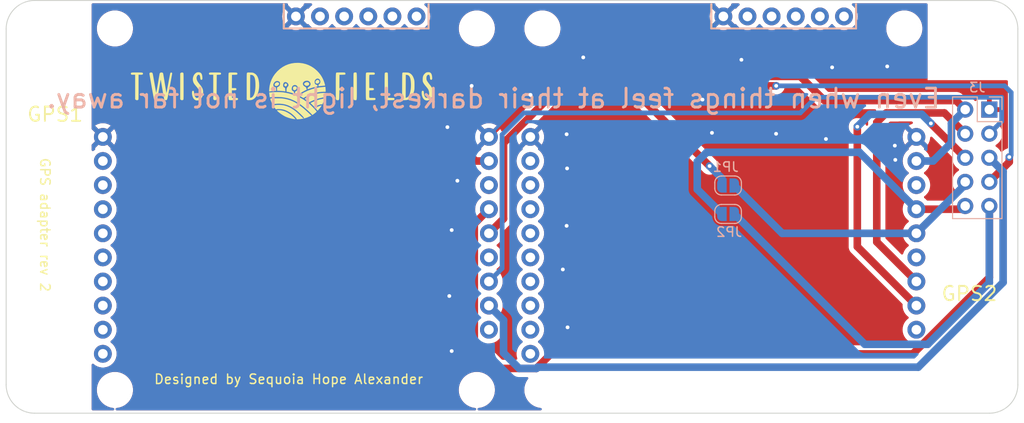
<source format=kicad_pcb>
(kicad_pcb (version 20240108) (generator "pcbnew") (generator_version "8.0")
  (layers (0 "F.Cu" signal) (31 "B.Cu" signal) (34 "B.Paste" user) (35 "F.Paste" user) (36 "B.SilkS" user "B.Silkscreen") (37 "F.SilkS" user "F.Silkscreen") (38 "B.Mask" user) (39 "F.Mask" user) (44 "Edge.Cuts" user))
  (net 0 "")
  (net 31 "GND")
  (net 32 "+5V")
  (net 33 "RXI_1")
  (net 34 "TXO_1")
  (net 35 "RXI_2")
  (net 36 "TXO_2")
  (net 37 "RXI_3")
  (net 38 "TXO_3")
  (net 39 "RXI_4")
  (net 40 "TXO_4")
  (footprint "MountingHole:MountingHole_3.7mm" (layer "F.Cu") (at 198.5 132.5)
    (property "Reference" "H4" (hide yes))
    (property "Value" "MountingHole")
    (pad "" np_thru_hole circle (at 0 0) (size 3.7 3.7) (drill 3.7) (layers "*.Cu" "*.Mask"))
  )
  (footprint "gps:GPS-RTK-SMA" (layer "F.Cu") (at 127 115.5 -90)
    (property "Reference" "U1" (hide yes))
    (property "Value" "GPS-RTK-SMA")
    (pad "" np_thru_hole circle (at -19.05 -19.05) (size 3.302 3.302) (drill 3.302) (layers "*.Mask" "F.Cu" "In1.Cu" "B.Cu"))
    (pad "" np_thru_hole circle (at -19.05 19.05) (size 3.302 3.302) (drill 3.302) (layers "*.Mask" "F.Cu" "In1.Cu" "B.Cu"))
    (pad "" np_thru_hole circle (at 19.05 -19.05) (size 3.302 3.302) (drill 3.302) (layers "*.Mask" "F.Cu" "In1.Cu" "B.Cu"))
    (pad "" np_thru_hole circle (at 19.05 19.05) (size 3.302 3.302) (drill 3.302) (layers "*.Mask" "F.Cu" "In1.Cu" "B.Cu"))
    (pad "0" thru_hole circle (at -20.32 -12.7 270) (size 1.8796 1.8796) (drill 1.016) (layers "*.Cu" "*.Mask"))
    (pad "0" thru_hole circle (at -20.32 -2.54 270) (size 1.8796 1.8796) (drill 1.016) (layers "*.Cu" "*.Mask"))
    (pad "1" thru_hole circle (at -7.62 -20.32 180) (size 1.8796 1.8796) (drill 1.016) (layers "*.Cu" "*.Mask") (net 31 "GND"))
    (pad "2" thru_hole circle (at -5.08 -20.32 180) (size 1.8796 1.8796) (drill 1.016) (layers "*.Cu" "*.Mask") (net 32 "+5V"))
    (pad "3" thru_hole circle (at -2.54 -20.32 180) (size 1.8796 1.8796) (drill 1.016) (layers "*.Cu" "*.Mask"))
    (pad "4" thru_hole circle (at 0 -20.32 180) (size 1.8796 1.8796) (drill 1.016) (layers "*.Cu" "*.Mask") (net 36 "TXO_2"))
    (pad "5" thru_hole circle (at 2.54 -20.32 180) (size 1.8796 1.8796) (drill 1.016) (layers "*.Mask" "F.Cu" "In1.Cu" "B.Cu") (net 35 "RXI_2"))
    (pad "6" thru_hole circle (at 5.08 -20.32 180) (size 1.8796 1.8796) (drill 1.016) (layers "*.Cu" "*.Mask"))
    (pad "7" thru_hole circle (at 7.62 -20.32 180) (size 1.8796 1.8796) (drill 1.016) (layers "*.Cu" "*.Mask") (net 33 "RXI_1"))
    (pad "8" thru_hole circle (at 10.16 -20.32 180) (size 1.8796 1.8796) (drill 1.016) (layers "*.Cu" "*.Mask") (net 34 "TXO_1"))
    (pad "9" thru_hole circle (at 12.7 -20.32 180) (size 1.8796 1.8796) (drill 1.016) (layers "*.Cu" "*.Mask"))
    (pad "10" thru_hole circle (at 15.24 20.32) (size 1.8796 1.8796) (drill 1.016) (layers "*.Cu" "*.Mask"))
    (pad "11" thru_hole circle (at 12.7 20.32) (size 1.8796 1.8796) (drill 1.016) (layers "*.Cu" "*.Mask"))
    (pad "12" thru_hole circle (at 10.16 20.32) (size 1.8796 1.8796) (drill 1.016) (layers "*.Cu" "*.Mask"))
    (pad "13" thru_hole circle (at 7.62 20.32) (size 1.8796 1.8796) (drill 1.016) (layers "*.Cu" "*.Mask"))
    (pad "14" thru_hole circle (at 5.08 20.32) (size 1.8796 1.8796) (drill 1.016) (layers "*.Cu" "*.Mask"))
    (pad "15" thru_hole circle (at 2.54 20.32) (size 1.8796 1.8796) (drill 1.016) (layers "*.Cu" "*.Mask"))
    (pad "16" thru_hole circle (at 0 20.32) (size 1.8796 1.8796) (drill 1.016) (layers "*.Cu" "*.Mask"))
    (pad "17" thru_hole circle (at -2.54 20.32) (size 1.8796 1.8796) (drill 1.016) (layers "*.Cu" "*.Mask"))
    (pad "18" thru_hole circle (at -5.08 20.32) (size 1.8796 1.8796) (drill 1.016) (layers "*.Cu" "*.Mask"))
    (pad "19" thru_hole circle (at -7.62 20.32) (size 1.8796 1.8796) (drill 1.016) (layers "*.Cu" "*.Mask") (net 31 "GND"))
    (pad "20" thru_hole circle (at -20.32 0 270) (size 1.8796 1.8796) (drill 1.016) (layers "*.Cu" "*.Mask") (net 31 "GND"))
    (pad "21" thru_hole circle (at -20.32 -5.08 270) (size 1.8796 1.8796) (drill 1.016) (layers "*.Cu" "*.Mask"))
    (pad "22" thru_hole circle (at -20.32 -7.62 270) (size 1.8796 1.8796) (drill 1.016) (layers "*.Cu" "*.Mask"))
    (pad "23" thru_hole circle (at -20.32 -10.16 270) (size 1.8796 1.8796) (drill 1.016) (layers "*.Cu" "*.Mask"))
  )
  (footprint "gps:GPS-RTK-SMA" (layer "F.Cu") (at 172 115.5 -90)
    (property "Reference" "U2" (hide yes))
    (property "Value" "GPS-RTK-SMA")
    (pad "" np_thru_hole circle (at -19.05 -19.05) (size 3.302 3.302) (drill 3.302) (layers "*.Mask" "F.Cu" "In1.Cu" "B.Cu"))
    (pad "" np_thru_hole circle (at -19.05 19.05) (size 3.302 3.302) (drill 3.302) (layers "*.Mask" "F.Cu" "In1.Cu" "B.Cu"))
    (pad "" np_thru_hole circle (at 19.05 -19.05) (size 3.302 3.302) (drill 3.302) (layers "*.Mask" "F.Cu" "In1.Cu" "B.Cu"))
    (pad "" np_thru_hole circle (at 19.05 19.05) (size 3.302 3.302) (drill 3.302) (layers "*.Mask" "F.Cu" "In1.Cu" "B.Cu"))
    (pad "0" thru_hole circle (at -20.32 -12.7 270) (size 1.8796 1.8796) (drill 1.016) (layers "*.Cu" "*.Mask"))
    (pad "0" thru_hole circle (at -20.32 -2.54 270) (size 1.8796 1.8796) (drill 1.016) (layers "*.Cu" "*.Mask"))
    (pad "1" thru_hole circle (at -7.62 -20.32 180) (size 1.8796 1.8796) (drill 1.016) (layers "*.Cu" "*.Mask") (net 31 "GND"))
    (pad "2" thru_hole circle (at -5.08 -20.32 180) (size 1.8796 1.8796) (drill 1.016) (layers "*.Cu" "*.Mask") (net 32 "+5V"))
    (pad "3" thru_hole circle (at -2.54 -20.32 180) (size 1.8796 1.8796) (drill 1.016) (layers "*.Cu" "*.Mask"))
    (pad "4" thru_hole circle (at 0 -20.32 180) (size 1.8796 1.8796) (drill 1.016) (layers "*.Cu" "*.Mask") (net 40 "TXO_4"))
    (pad "5" thru_hole circle (at 2.54 -20.32 180) (size 1.8796 1.8796) (drill 1.016) (layers "*.Mask" "F.Cu" "In1.Cu" "B.Cu") (net 39 "RXI_4"))
    (pad "6" thru_hole circle (at 5.08 -20.32 180) (size 1.8796 1.8796) (drill 1.016) (layers "*.Cu" "*.Mask"))
    (pad "7" thru_hole circle (at 7.62 -20.32 180) (size 1.8796 1.8796) (drill 1.016) (layers "*.Cu" "*.Mask") (net 37 "RXI_3"))
    (pad "8" thru_hole circle (at 10.16 -20.32 180) (size 1.8796 1.8796) (drill 1.016) (layers "*.Cu" "*.Mask") (net 38 "TXO_3"))
    (pad "9" thru_hole circle (at 12.7 -20.32 180) (size 1.8796 1.8796) (drill 1.016) (layers "*.Cu" "*.Mask"))
    (pad "10" thru_hole circle (at 15.24 20.32) (size 1.8796 1.8796) (drill 1.016) (layers "*.Cu" "*.Mask"))
    (pad "11" thru_hole circle (at 12.7 20.32) (size 1.8796 1.8796) (drill 1.016) (layers "*.Cu" "*.Mask"))
    (pad "12" thru_hole circle (at 10.16 20.32) (size 1.8796 1.8796) (drill 1.016) (layers "*.Cu" "*.Mask"))
    (pad "13" thru_hole circle (at 7.62 20.32) (size 1.8796 1.8796) (drill 1.016) (layers "*.Cu" "*.Mask"))
    (pad "14" thru_hole circle (at 5.08 20.32) (size 1.8796 1.8796) (drill 1.016) (layers "*.Cu" "*.Mask"))
    (pad "15" thru_hole circle (at 2.54 20.32) (size 1.8796 1.8796) (drill 1.016) (layers "*.Cu" "*.Mask"))
    (pad "16" thru_hole circle (at 0 20.32) (size 1.8796 1.8796) (drill 1.016) (layers "*.Cu" "*.Mask"))
    (pad "17" thru_hole circle (at -2.54 20.32) (size 1.8796 1.8796) (drill 1.016) (layers "*.Cu" "*.Mask"))
    (pad "18" thru_hole circle (at -5.08 20.32) (size 1.8796 1.8796) (drill 1.016) (layers "*.Cu" "*.Mask"))
    (pad "19" thru_hole circle (at -7.62 20.32) (size 1.8796 1.8796) (drill 1.016) (layers "*.Cu" "*.Mask") (net 31 "GND"))
    (pad "20" thru_hole circle (at -20.32 0 270) (size 1.8796 1.8796) (drill 1.016) (layers "*.Cu" "*.Mask") (net 31 "GND"))
    (pad "21" thru_hole circle (at -20.32 -5.08 270) (size 1.8796 1.8796) (drill 1.016) (layers "*.Cu" "*.Mask"))
    (pad "22" thru_hole circle (at -20.32 -7.62 270) (size 1.8796 1.8796) (drill 1.016) (layers "*.Cu" "*.Mask"))
    (pad "23" thru_hole circle (at -20.32 -10.16 270) (size 1.8796 1.8796) (drill 1.016) (layers "*.Cu" "*.Mask"))
  )
  (footprint "MountingHole:MountingHole_3.7mm" (layer "F.Cu") (at 101 132.5)
    (property "Reference" "H2" (hide yes))
    (property "Value" "MountingHole")
    (pad "" np_thru_hole circle (at 0 0) (size 3.7 3.7) (drill 3.7) (layers "*.Cu" "*.Mask"))
  )
  (footprint "taylor_footprints:twisted_icon" (layer "F.Cu") (at 127.353588 103.059764)
    (property "Reference" "G***" (hide yes))
    (property "Value" "LOGO" (hide yes))
  )
  (footprint "taylor_footprints:twisted_2" (layer "F.Cu") (at 125.71866 102.547147)
    (property "Reference" "G***" (hide yes))
    (property "Value" "LOGO" (hide yes))
  )
  (footprint "MountingHole:MountingHole_3.7mm" (layer "F.Cu") (at 198.5 98)
    (property "Reference" "H3" (hide yes))
    (property "Value" "MountingHole")
    (pad "" np_thru_hole circle (at 0 0) (size 3.7 3.7) (drill 3.7) (layers "*.Cu" "*.Mask"))
  )
  (footprint "MountingHole:MountingHole_3.7mm" (layer "F.Cu") (at 101 98)
    (property "Reference" "H1" (hide yes))
    (property "Value" "MountingHole")
    (pad "" np_thru_hole circle (at 0 0) (size 3.7 3.7) (drill 3.7) (layers "*.Cu" "*.Mask"))
  )
  (footprint "taylor_footprints:twisted" (layer "F.Cu") (at 116.4 102.55)
    (property "Reference" "G***" (hide yes))
    (property "Value" "LOGO" (hide yes))
  )
  (footprint "Jumper:SolderJumper-2_P1.3mm_Open_RoundedPad1.0x1.5mm" (layer "B.Cu") (at 172.5 113)
    (property "Reference" "JP1" (at -0.25 -1.95 0) (layer "B.SilkS") (effects (justify mirror)))
    (property "Value" "SolderJumper_2_Open")
    (pad "1" smd custom (at -0.649999 0) (size 1 0.5) (layers "B.Cu" "B.Mask") (net 35 "RXI_2") (options (clearance outline) (anchor rect)) (primitives (gr_circle (center 0 -0.25) (end 0.5 -0.25) (width 0) (fill yes)) (gr_circle (center 0 0.25) (end 0.5 0.25) (width 0) (fill yes)) (gr_poly (pts (xy 0.5 -0.75) (xy 0 -0.75) (xy 0 0.75) (xy 0.5 0.75)) (width 0) (fill yes))))
    (pad "2" smd custom (at 0.649999 0) (size 1 0.5) (layers "B.Cu" "B.Mask") (net 39 "RXI_4") (options (clearance outline) (anchor rect)) (primitives (gr_circle (center 0 -0.25) (end 0.5 -0.25) (width 0) (fill yes)) (gr_circle (center 0 0.25) (end 0.5 0.25) (width 0) (fill yes)) (gr_poly (pts (xy 0 -0.75) (xy -0.5 -0.75) (xy -0.5 0.75) (xy 0 0.75)) (width 0) (fill yes))))
  )
  (footprint "Connector_PinHeader_2.54mm:PinHeader_2x05_P2.54mm_Vertical" (layer "B.Cu") (at 200 105 180)
    (property "Reference" "J3" (at 1.27 2.33 180) (layer "B.SilkS") (effects (justify mirror)))
    (property "Value" "Serial Input")
    (pad "1" thru_hole rect (at 0 0 180) (size 1.7 1.7) (drill 1) (layers "*.Cu" "*.Mask") (net 31 "GND"))
    (pad "2" thru_hole oval (at 2.54 0 180) (size 1.7 1.7) (drill 1) (layers "*.Cu" "*.Mask") (net 32 "+5V"))
    (pad "3" thru_hole oval (at 0 -2.54 180) (size 1.7 1.7) (drill 1) (layers "*.Cu" "*.Mask") (net 33 "RXI_1"))
    (pad "4" thru_hole oval (at 2.54 -2.54 180) (size 1.7 1.7) (drill 1) (layers "*.Cu" "*.Mask") (net 37 "RXI_3"))
    (pad "5" thru_hole oval (at 0 -5.08 180) (size 1.7 1.7) (drill 1) (layers "*.Cu" "*.Mask") (net 34 "TXO_1"))
    (pad "6" thru_hole oval (at 2.54 -5.08 180) (size 1.7 1.7) (drill 1) (layers "*.Cu" "*.Mask") (net 38 "TXO_3"))
    (pad "7" thru_hole oval (at 0 -7.62 180) (size 1.7 1.7) (drill 1) (layers "*.Cu" "*.Mask") (net 35 "RXI_2"))
    (pad "8" thru_hole oval (at 2.54 -7.62 180) (size 1.7 1.7) (drill 1) (layers "*.Cu" "*.Mask") (net 39 "RXI_4"))
    (pad "9" thru_hole oval (at 0 -10.16 180) (size 1.7 1.7) (drill 1) (layers "*.Cu" "*.Mask") (net 36 "TXO_2"))
    (pad "10" thru_hole oval (at 2.54 -10.16 180) (size 1.7 1.7) (drill 1) (layers "*.Cu" "*.Mask") (net 40 "TXO_4"))
  )
  (footprint "Jumper:SolderJumper-2_P1.3mm_Open_RoundedPad1.0x1.5mm" (layer "B.Cu") (at 172.5 116 180)
    (property "Reference" "JP2" (at -0.104975 -1.9 180) (layer "B.SilkS") (effects (justify mirror)))
    (property "Value" "SolderJumper_2_Open")
    (pad "1" smd custom (at -0.65 0 180) (size 1 0.5) (layers "B.Cu" "B.Mask") (net 36 "TXO_2") (options (clearance outline) (anchor rect)) (primitives (gr_circle (center 0 -0.25) (end 0.5 -0.25) (width 0) (fill yes)) (gr_circle (center 0 0.25) (end 0.5 0.25) (width 0) (fill yes)) (gr_poly (pts (xy 0.5 -0.75) (xy 0 -0.75) (xy 0 0.75) (xy 0.5 0.75)) (width 0) (fill yes))))
    (pad "2" smd custom (at 0.65 0 180) (size 1 0.5) (layers "B.Cu" "B.Mask") (net 40 "TXO_4") (options (clearance outline) (anchor rect)) (primitives (gr_circle (center 0 -0.25) (end 0.5 -0.25) (width 0) (fill yes)) (gr_circle (center 0 0.25) (end 0.5 0.25) (width 0) (fill yes)) (gr_poly (pts (xy 0 -0.75) (xy -0.5 -0.75) (xy -0.5 0.75) (xy 0 0.75)) (width 0) (fill yes))))
  )
  (gr_arc (start 99.5 137) (mid 97.37868 136.12132) (end 96.5 134) (stroke (width 0.1)) (layer "Edge.Cuts"))
  (gr_line (start 99.5 137) (end 200 137) (stroke (width 0.1)) (layer "Edge.Cuts"))
  (gr_arc (start 200 93.5) (mid 202.12132 94.37868) (end 203 96.5) (stroke (width 0.1)) (layer "Edge.Cuts"))
  (gr_line (start 200 93.5) (end 99.5 93.5) (stroke (width 0.1)) (layer "Edge.Cuts"))
  (gr_line (start 96.5 96.5) (end 96.5 134) (stroke (width 0.1)) (layer "Edge.Cuts"))
  (gr_line (start 203 134) (end 203 96.5) (stroke (width 0.1)) (layer "Edge.Cuts"))
  (gr_arc (start 203 134) (mid 202.12132 136.12132) (end 200 137) (stroke (width 0.1)) (layer "Edge.Cuts"))
  (gr_arc (start 96.5 96.5) (mid 97.37868 94.37868) (end 99.5 93.5) (stroke (width 0.1)) (layer "Edge.Cuts"))
  (gr_text "Even when things feel at their darkest, light is not far away." (at 195 105 0) (layer "B.SilkS") (effects (font (size 2 2) (thickness 0.3)) (justify left bottom mirror)))
  (gr_text "GPS adapter rev 2" (at 100 110 -90) (layer "F.SilkS") (effects (font (size 1 1)) (justify left bottom)))
  (gr_text "GPS2" (at 197.9 124.4 0) (layer "F.SilkS") (effects (font (size 1.5 1.5) (thickness 0.2))))
  (gr_text "Designed by Sequoia Hope Alexander" (at 112 134 0) (layer "F.SilkS") (effects (font (size 1 1)) (justify left bottom)))
  (gr_text "GPS1" (at 101.65 105.5 0) (layer "F.SilkS") (effects (font (size 1.5 1.5) (thickness 0.2))))
  (via (at 143.4 130.45) (size 0.8) (drill 0.4) (layers "F.Cu" "B.Cu") (net 31))
  (via (at 155.1 121.85) (size 0.8) (drill 0.4) (layers "F.Cu" "B.Cu") (net 31))
  (via (at 182.8 108.1) (size 0.8) (drill 0.4) (layers "F.Cu" "B.Cu") (net 31))
  (via (at 155.5 117.25) (size 0.8) (drill 0.4) (layers "F.Cu" "B.Cu") (net 31))
  (via (at 144 112.5) (size 0.8) (drill 0.4) (layers "F.Cu" "B.Cu") (net 31))
  (via (at 169.8 103.95) (size 0.8) (drill 0.4) (layers "F.Cu" "B.Cu") (net 31))
  (via (at 157.25 99.5) (size 0.8) (drill 0.4) (layers "F.Cu" "B.Cu") (net 31))
  (via (at 190.1 110.3) (size 0.8) (drill 0.4) (layers "F.Cu" "B.Cu") (net 31))
  (via (at 151.7 103.45) (size 0.8) (drill 0.4) (layers "F.Cu" "B.Cu") (net 31))
  (via (at 143.4 117.7) (size 0.8) (drill 0.4) (layers "F.Cu" "B.Cu") (net 31))
  (via (at 170.8 107.45) (size 0.8) (drill 0.4) (layers "F.Cu" "B.Cu") (net 31))
  (via (at 173.9 99.75) (size 0.8) (drill 0.4) (layers "F.Cu" "B.Cu") (net 31))
  (via (at 142.95 106.85) (size 0.8) (drill 0.4) (layers "F.Cu" "B.Cu") (net 31))
  (via (at 190.05 108.8) (size 0.8) (drill 0.4) (layers "F.Cu" "B.Cu") (net 31))
  (via (at 155.5 107.6) (size 0.8) (drill 0.4) (layers "F.Cu" "B.Cu") (net 31))
  (via (at 189.25 100.45) (size 0.8) (drill 0.4) (layers "F.Cu" "B.Cu") (net 31))
  (via (at 143.15 124.65) (size 0.8) (drill 0.4) (layers "F.Cu" "B.Cu") (net 31))
  (via (at 155.55 111.2) (size 0.8) (drill 0.4) (layers "F.Cu" "B.Cu") (net 31))
  (via (at 177.55 107.55) (size 0.8) (drill 0.4) (layers "F.Cu" "B.Cu") (net 31))
  (via (at 183.45 100.55) (size 0.8) (drill 0.4) (layers "F.Cu" "B.Cu") (net 31))
  (via (at 145.5 102.5) (size 0.8) (drill 0.4) (layers "F.Cu" "B.Cu") (net 31))
  (via (at 155.6 127.95) (size 0.8) (drill 0.4) (layers "F.Cu" "B.Cu") (net 31))
  (segment (start 147.32 110.42) (end 145.92 110.42) (width 0.8) (layer "F.Cu") (net 32))
  (segment (start 196.51 104.05) (end 197.46 105) (width 0.8) (layer "F.Cu") (net 32))
  (segment (start 145 105.75) (end 149.25 101.5) (width 0.8) (layer "F.Cu") (net 32))
  (segment (start 180.1 101.5) (end 182.65 104.05) (width 0.8) (layer "F.Cu") (net 32))
  (segment (start 149.25 101.5) (end 180.1 101.5) (width 0.8) (layer "F.Cu") (net 32))
  (segment (start 182.65 104.05) (end 196.51 104.05) (width 0.8) (layer "F.Cu") (net 32))
  (segment (start 145.92 110.42) (end 145 109.5) (width 0.8) (layer "F.Cu") (net 32))
  (segment (start 145 109.5) (end 145 105.75) (width 0.8) (layer "F.Cu") (net 32))
  (segment (start 196.01 106.45) (end 196.01 108.49) (width 0.8) (layer "B.Cu") (net 32))
  (segment (start 197.46 105) (end 196.01 106.45) (width 0.8) (layer "B.Cu") (net 32))
  (segment (start 196.01 108.49) (end 194.08 110.42) (width 0.8) (layer "B.Cu") (net 32))
  (segment (start 194.08 110.42) (end 192.32 110.42) (width 0.8) (layer "B.Cu") (net 32))
  (segment (start 148.7098 107.6402) (end 148.7098 121.7302) (width 0.5) (layer "B.Cu") (net 33))
  (segment (start 180.1 105.35) (end 151 105.35) (width 0.5) (layer "B.Cu") (net 33))
  (segment (start 151 105.35) (end 148.7098 107.6402) (width 0.5) (layer "B.Cu") (net 33))
  (segment (start 181.75 103.7) (end 180.1 105.35) (width 0.5) (layer "B.Cu") (net 33))
  (segment (start 201.3 103.7) (end 181.75 103.7) (width 0.5) (layer "B.Cu") (net 33))
  (segment (start 201.3 106.24) (end 201.3 103.7) (width 0.5) (layer "B.Cu") (net 33))
  (segment (start 200 107.54) (end 201.3 106.24) (width 0.5) (layer "B.Cu") (net 33))
  (segment (start 148.7098 121.7302) (end 147.32 123.12) (width 0.5) (layer "B.Cu") (net 33))
  (segment (start 150.497807 132.2798) (end 148.8598 130.641793) (width 0.8) (layer "B.Cu") (net 34))
  (segment (start 152.448803 132.148804) (end 152.317807 132.2798) (width 0.8) (layer "B.Cu") (net 34))
  (segment (start 201.45 111.53) (end 201.45 123.214214) (width 0.8) (layer "B.Cu") (net 34))
  (segment (start 148.8598 130.641793) (end 148.8598 127.1998) (width 0.8) (layer "B.Cu") (net 34))
  (segment (start 200 110.08) (end 201.45 111.53) (width 0.8) (layer "B.Cu") (net 34))
  (segment (start 148.8598 127.1998) (end 147.32 125.66) (width 0.8) (layer "B.Cu") (net 34))
  (segment (start 152.317807 132.2798) (end 150.497807 132.2798) (width 0.8) (layer "B.Cu") (net 34))
  (segment (start 192.51541 132.148804) (end 152.448803 132.148804) (width 0.8) (layer "B.Cu") (net 34))
  (segment (start 201.45 123.214214) (end 192.51541 132.148804) (width 0.8) (layer "B.Cu") (net 34))
  (segment (start 170.55 110.95) (end 163.15 103.55) (width 0.8) (layer "F.Cu") (net 35))
  (segment (start 200 112.62) (end 202.1 110.52) (width 0.8) (layer "F.Cu") (net 35))
  (segment (start 153.832393 103.55) (end 163.15 103.55) (width 0.8) (layer "F.Cu") (net 35))
  (segment (start 148.8598 116.5002) (end 148.8598 108.522593) (width 0.8) (layer "F.Cu") (net 35))
  (segment (start 163.15 103.55) (end 164.2 102.5) (width 0.8) (layer "F.Cu") (net 35))
  (segment (start 147.32 118.04) (end 148.8598 116.5002) (width 0.8) (layer "F.Cu") (net 35))
  (segment (start 202.1 110.52) (end 202.1 110) (width 0.8) (layer "F.Cu") (net 35))
  (segment (start 164.2 102.5) (end 177.560214 102.5) (width 0.8) (layer "F.Cu") (net 35))
  (segment (start 148.8598 108.522593) (end 153.832393 103.55) (width 0.8) (layer "F.Cu") (net 35))
  (via (at 177.560214 102.5) (size 0.8) (drill 0.4) (layers "F.Cu" "B.Cu") (net 35))
  (via (at 170.55 110.95) (size 0.8) (drill 0.4) (layers "F.Cu" "B.Cu") (net 35))
  (via (at 202.1 110) (size 0.8) (drill 0.4) (layers "F.Cu" "B.Cu") (net 35))
  (segment (start 202.300001 103.197919) (end 201.602082 102.5) (width 0.5) (layer "B.Cu") (net 35))
  (segment (start 202.300001 109.799999) (end 202.300001 103.197919) (width 0.5) (layer "B.Cu") (net 35))
  (segment (start 201.602082 102.5) (end 177.560214 102.5) (width 0.5) (layer "B.Cu") (net 35))
  (segment (start 202.1 110) (end 202.300001 109.799999) (width 0.5) (layer "B.Cu") (net 35))
  (segment (start 170.55 110.95) (end 171.850001 112.250001) (width 0.8) (layer "B.Cu") (net 35))
  (segment (start 171.850001 112.250001) (end 171.850001 113) (width 0.8) (layer "B.Cu") (net 35))
  (segment (start 145.7802 117.0398) (end 147.32 115.5) (width 0.8) (layer "F.Cu") (net 36))
  (segment (start 153.847607 130.75) (end 152.317807 132.2798) (width 0.8) (layer "F.Cu") (net 36))
  (segment (start 152.317807 132.2798) (end 148.3298 132.2798) (width 0.8) (layer "F.Cu") (net 36))
  (segment (start 200 122.697607) (end 191.947607 130.75) (width 0.8) (layer "F.Cu") (net 36))
  (segment (start 148.3298 132.2798) (end 145.7802 129.7302) (width 0.8) (layer "F.Cu") (net 36))
  (segment (start 200 115.16) (end 200 122.697607) (width 0.8) (layer "F.Cu") (net 36))
  (segment (start 145.7802 129.7302) (end 145.7802 117.0398) (width 0.8) (layer "F.Cu") (net 36))
  (segment (start 191.947607 130.75) (end 153.847607 130.75) (width 0.8) (layer "F.Cu") (net 36))
  (segment (start 193.5102 129.7398) (end 200 123.25) (width 0.8) (layer "B.Cu") (net 36))
  (segment (start 173.15 116) (end 186.8898 129.7398) (width 0.8) (layer "B.Cu") (net 36))
  (segment (start 200 123.25) (end 200 115.16) (width 0.8) (layer "B.Cu") (net 36))
  (segment (start 186.8898 129.7398) (end 193.5102 129.7398) (width 0.8) (layer "B.Cu") (net 36))
  (segment (start 188.15 106.35) (end 189.146 105.354) (width 0.8) (layer "F.Cu") (net 37))
  (segment (start 188.15 118.95) (end 188.15 106.35) (width 0.8) (layer "F.Cu") (net 37))
  (segment (start 189.146 105.354) (end 195.274 105.354) (width 0.8) (layer "F.Cu") (net 37))
  (segment (start 195.274 105.354) (end 197.46 107.54) (width 0.8) (layer "F.Cu") (net 37))
  (segment (start 192.32 123.12) (end 188.15 118.95) (width 0.8) (layer "F.Cu") (net 37))
  (segment (start 186.101221 119.441221) (end 186.101221 106.803484) (width 0.8) (layer "F.Cu") (net 38))
  (segment (start 197.46 110.08) (end 193.846276 106.466276) (width 0.8) (layer "F.Cu") (net 38))
  (segment (start 193.846276 106.466276) (end 193.846276 106.453261) (width 0.8) (layer "F.Cu") (net 38))
  (segment (start 192.32 125.66) (end 186.101221 119.441221) (width 0.8) (layer "F.Cu") (net 38))
  (via (at 193.846276 106.453261) (size 0.8) (drill 0.4) (layers "F.Cu" "B.Cu") (net 38))
  (via (at 186.101221 106.803484) (size 0.8) (drill 0.4) (layers "F.Cu" "B.Cu") (net 38))
  (segment (start 186.101221 106.803484) (end 187.404705 105.5) (width 0.8) (layer "B.Cu") (net 38))
  (segment (start 192.893015 105.5) (end 193.846276 106.453261) (width 0.8) (layer "B.Cu") (net 38))
  (segment (start 187.404705 105.5) (end 192.893015 105.5) (width 0.8) (layer "B.Cu") (net 38))
  (segment (start 197.46 112.62) (end 197.46 112.9) (width 0.8) (layer "B.Cu") (net 39))
  (segment (start 197.46 112.9) (end 192.32 118.04) (width 0.8) (layer "B.Cu") (net 39))
  (segment (start 178.189999 118.04) (end 173.149999 113) (width 0.8) (layer "B.Cu") (net 39))
  (segment (start 192.32 118.04) (end 178.189999 118.04) (width 0.8) (layer "B.Cu") (net 39))
  (segment (start 197.12 115.5) (end 197.46 115.16) (width 0.8) (layer "F.Cu") (net 40))
  (segment (start 192.32 115.5) (end 197.12 115.5) (width 0.8) (layer "F.Cu") (net 40))
  (segment (start 171.85 116) (end 169.25 113.4) (width 0.8) (layer "B.Cu") (net 40))
  (segment (start 170.25 109.5) (end 186.32 109.5) (width 0.8) (layer "B.Cu") (net 40))
  (segment (start 169.25 110.5) (end 170.25 109.5) (width 0.8) (layer "B.Cu") (net 40))
  (segment (start 169.25 113.4) (end 169.25 110.5) (width 0.8) (layer "B.Cu") (net 40))
  (segment (start 186.32 109.5) (end 192.32 115.5) (width 0.8) (layer "B.Cu") (net 40))
  (zone (net 31) (net_name "GND") (layer "F.Cu") (connect_pads (clearance 0.508)) (min_thickness 0.254) (fill yes (thermal_gap 0.508) (thermal_bridge_width 0.508))
    (polygon (pts (xy 202 124) (xy 190.5 124) (xy 190.45 101.9) (xy 201.95 101.9)))
  )
  (zone (net 31) (net_name "GND") (layers "F&B.Cu") (connect_pads (clearance 0.508)) (min_thickness 0.254) (fill yes (thermal_gap 0.508) (thermal_bridge_width 0.508))
    (polygon (pts (xy 193.5 137) (xy 105.5 137) (xy 105.5 93.5) (xy 193.5 93.5)))
  )
)
</source>
